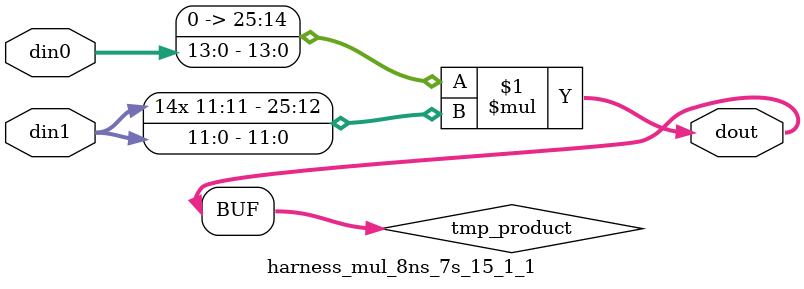
<source format=v>

`timescale 1 ns / 1 ps

 module harness_mul_8ns_7s_15_1_1(din0, din1, dout);
parameter ID = 1;
parameter NUM_STAGE = 0;
parameter din0_WIDTH = 14;
parameter din1_WIDTH = 12;
parameter dout_WIDTH = 26;

input [din0_WIDTH - 1 : 0] din0; 
input [din1_WIDTH - 1 : 0] din1; 
output [dout_WIDTH - 1 : 0] dout;

wire signed [dout_WIDTH - 1 : 0] tmp_product;

























assign tmp_product = $signed({1'b0, din0}) * $signed(din1);










assign dout = tmp_product;





















endmodule

</source>
